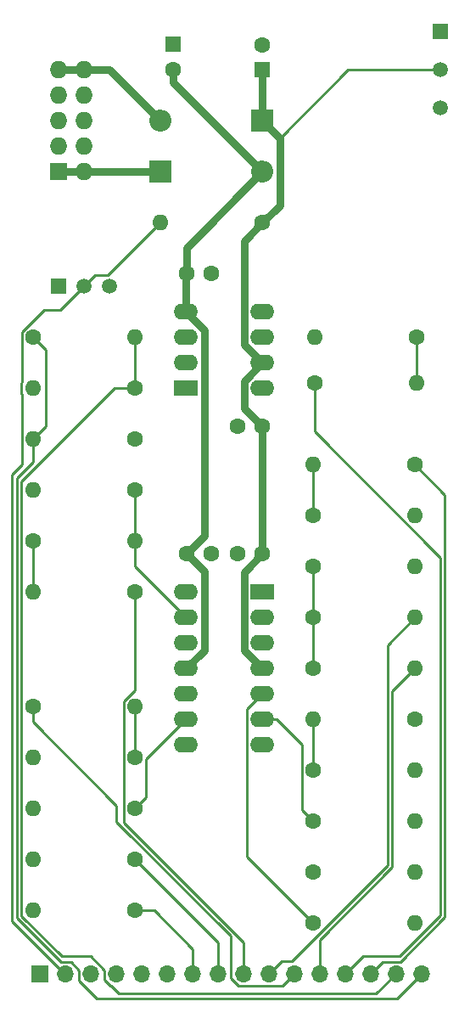
<source format=gtl>
G04 #@! TF.GenerationSoftware,KiCad,Pcbnew,6.0.1-79c1e3a40b~116~ubuntu20.04.1*
G04 #@! TF.CreationDate,2022-01-29T19:42:55-05:00*
G04 #@! TF.ProjectId,attenuverters_back,61747465-6e75-4766-9572-746572735f62,rev?*
G04 #@! TF.SameCoordinates,Original*
G04 #@! TF.FileFunction,Copper,L1,Top*
G04 #@! TF.FilePolarity,Positive*
%FSLAX46Y46*%
G04 Gerber Fmt 4.6, Leading zero omitted, Abs format (unit mm)*
G04 Created by KiCad (PCBNEW 6.0.1-79c1e3a40b~116~ubuntu20.04.1) date 2022-01-29 19:42:55*
%MOMM*%
%LPD*%
G01*
G04 APERTURE LIST*
G04 #@! TA.AperFunction,ComponentPad*
%ADD10R,1.700000X1.700000*%
G04 #@! TD*
G04 #@! TA.AperFunction,ComponentPad*
%ADD11O,1.700000X1.700000*%
G04 #@! TD*
G04 #@! TA.AperFunction,ComponentPad*
%ADD12C,1.600000*%
G04 #@! TD*
G04 #@! TA.AperFunction,ComponentPad*
%ADD13O,1.600000X1.600000*%
G04 #@! TD*
G04 #@! TA.AperFunction,ComponentPad*
%ADD14R,1.600000X1.600000*%
G04 #@! TD*
G04 #@! TA.AperFunction,ComponentPad*
%ADD15C,1.500000*%
G04 #@! TD*
G04 #@! TA.AperFunction,ComponentPad*
%ADD16R,1.727200X1.727200*%
G04 #@! TD*
G04 #@! TA.AperFunction,ComponentPad*
%ADD17O,1.727200X1.727200*%
G04 #@! TD*
G04 #@! TA.AperFunction,ComponentPad*
%ADD18R,2.200000X2.200000*%
G04 #@! TD*
G04 #@! TA.AperFunction,ComponentPad*
%ADD19O,2.200000X2.200000*%
G04 #@! TD*
G04 #@! TA.AperFunction,ComponentPad*
%ADD20R,2.400000X1.600000*%
G04 #@! TD*
G04 #@! TA.AperFunction,ComponentPad*
%ADD21O,2.400000X1.600000*%
G04 #@! TD*
G04 #@! TA.AperFunction,ComponentPad*
%ADD22R,1.500000X1.500000*%
G04 #@! TD*
G04 #@! TA.AperFunction,Conductor*
%ADD23C,0.750000*%
G04 #@! TD*
G04 #@! TA.AperFunction,Conductor*
%ADD24C,0.250000*%
G04 #@! TD*
G04 APERTURE END LIST*
D10*
G04 #@! TO.P,J1,1,Pin_1*
G04 #@! TO.N,Board_0-GND*
X131499999Y-145999999D03*
D11*
G04 #@! TO.P,J1,2,Pin_2*
G04 #@! TO.N,Board_0-10V_REF*
X134039999Y-145999999D03*
G04 #@! TO.P,J1,3,Pin_3*
G04 #@! TO.N,Board_0-NONINV1*
X136579999Y-145999999D03*
G04 #@! TO.P,J1,4,Pin_4*
G04 #@! TO.N,Board_0-INV1*
X139119999Y-145999999D03*
G04 #@! TO.P,J1,5,Pin_5*
G04 #@! TO.N,Board_0-SUM1*
X141659999Y-145999999D03*
G04 #@! TO.P,J1,6,Pin_6*
G04 #@! TO.N,Board_0-OUT1*
X144199999Y-145999999D03*
G04 #@! TO.P,J1,7,Pin_7*
G04 #@! TO.N,Board_0-NONINV2*
X146739999Y-145999999D03*
G04 #@! TO.P,J1,8,Pin_8*
G04 #@! TO.N,Board_0-INV2*
X149279999Y-145999999D03*
G04 #@! TO.P,J1,9,Pin_9*
G04 #@! TO.N,Board_0-OUTSUM*
X151819999Y-145999999D03*
G04 #@! TO.P,J1,10,Pin_10*
G04 #@! TO.N,Board_0-SUM2*
X154359999Y-145999999D03*
G04 #@! TO.P,J1,11,Pin_11*
G04 #@! TO.N,Board_0-OUT2*
X156899999Y-145999999D03*
G04 #@! TO.P,J1,12,Pin_12*
G04 #@! TO.N,Board_0-SUM3*
X159439999Y-145999999D03*
G04 #@! TO.P,J1,13,Pin_13*
G04 #@! TO.N,Board_0-OUT3*
X161979999Y-145999999D03*
G04 #@! TO.P,J1,14,Pin_14*
G04 #@! TO.N,Board_0-OUT~{SUM}*
X164519999Y-145999999D03*
G04 #@! TO.P,J1,15,Pin_15*
G04 #@! TO.N,Board_0-NONINV3*
X167059999Y-145999999D03*
G04 #@! TO.P,J1,16,Pin_16*
G04 #@! TO.N,Board_0-INV3*
X169599999Y-145999999D03*
G04 #@! TD*
D12*
G04 #@! TO.P,R20,1*
G04 #@! TO.N,Board_0-Net-(R20-Pad1)*
X140999999Y-97769999D03*
D13*
G04 #@! TO.P,R20,2*
G04 #@! TO.N,Board_0-Net-(R19-Pad1)*
X130839999Y-97769999D03*
G04 #@! TD*
D12*
G04 #@! TO.P,R4,1*
G04 #@! TO.N,Board_0-NONINV2*
X140999999Y-139679999D03*
D13*
G04 #@! TO.P,R4,2*
G04 #@! TO.N,Board_0-GND*
X130839999Y-139679999D03*
G04 #@! TD*
D12*
G04 #@! TO.P,R11,1*
G04 #@! TO.N,Board_0-Net-(R10-Pad1)*
X158779999Y-110469999D03*
D13*
G04 #@! TO.P,R11,2*
G04 #@! TO.N,Board_0-SUM2*
X168939999Y-110469999D03*
G04 #@! TD*
D12*
G04 #@! TO.P,R1,1*
G04 #@! TO.N,Board_0-INV1*
X158779999Y-135869999D03*
D13*
G04 #@! TO.P,R1,2*
G04 #@! TO.N,Board_0-NONINV1*
X168939999Y-135869999D03*
G04 #@! TD*
D12*
G04 #@! TO.P,R10,1*
G04 #@! TO.N,Board_0-Net-(R10-Pad1)*
X158779999Y-105389999D03*
D13*
G04 #@! TO.P,R10,2*
G04 #@! TO.N,Board_0-SUM1*
X168939999Y-105389999D03*
G04 #@! TD*
D12*
G04 #@! TO.P,R19,1*
G04 #@! TO.N,Board_0-Net-(R19-Pad1)*
X158779999Y-100309999D03*
D13*
G04 #@! TO.P,R19,2*
G04 #@! TO.N,Board_0-Net-(R10-Pad1)*
X168939999Y-100309999D03*
G04 #@! TD*
D12*
G04 #@! TO.P,R23,1*
G04 #@! TO.N,Board_0-OUT~{SUM}*
X168939999Y-95229999D03*
D13*
G04 #@! TO.P,R23,2*
G04 #@! TO.N,Board_0-Net-(R19-Pad1)*
X158779999Y-95229999D03*
G04 #@! TD*
D14*
G04 #@! TO.P,C1,1*
G04 #@! TO.N,Board_0-+12V*
X153699999Y-55859999D03*
D12*
G04 #@! TO.P,C1,2*
G04 #@! TO.N,Board_0-GND*
X153699999Y-53359999D03*
G04 #@! TD*
G04 #@! TO.P,R24,1*
G04 #@! TO.N,Board_0-+12V*
X153699999Y-71099999D03*
D13*
G04 #@! TO.P,R24,2*
G04 #@! TO.N,Board_0-10V_REF*
X143539999Y-71099999D03*
G04 #@! TD*
D12*
G04 #@! TO.P,R6,1*
G04 #@! TO.N,Board_0-NONINV3*
X140999999Y-87609999D03*
D13*
G04 #@! TO.P,R6,2*
G04 #@! TO.N,Board_0-GND*
X130839999Y-87609999D03*
G04 #@! TD*
D15*
G04 #@! TO.P,TP2,1,1*
G04 #@! TO.N,Board_0-+12V*
X171479999Y-55859999D03*
G04 #@! TD*
D12*
G04 #@! TO.P,R2,1*
G04 #@! TO.N,Board_0-NONINV1*
X158779999Y-140949999D03*
D13*
G04 #@! TO.P,R2,2*
G04 #@! TO.N,Board_0-GND*
X168939999Y-140949999D03*
G04 #@! TD*
D12*
G04 #@! TO.P,R14,1*
G04 #@! TO.N,Board_0-Net-(R14-Pad1)*
X140999999Y-124439999D03*
D13*
G04 #@! TO.P,R14,2*
G04 #@! TO.N,Board_0-Net-(R14-Pad2)*
X130839999Y-124439999D03*
G04 #@! TD*
D16*
G04 #@! TO.P,J7,1,-12V*
G04 #@! TO.N,Board_0-/-12_IN*
X133379999Y-66019999D03*
D17*
G04 #@! TO.P,J7,2,-12V*
X135919999Y-66019999D03*
G04 #@! TO.P,J7,3,GND*
G04 #@! TO.N,Board_0-GND*
X133379999Y-63479999D03*
G04 #@! TO.P,J7,4,GND*
X135919999Y-63479999D03*
G04 #@! TO.P,J7,5,GND*
X133379999Y-60939999D03*
G04 #@! TO.P,J7,6,GND*
X135919999Y-60939999D03*
G04 #@! TO.P,J7,7,GND*
X133379999Y-58399999D03*
G04 #@! TO.P,J7,8,GND*
X135919999Y-58399999D03*
G04 #@! TO.P,J7,9,+12V*
G04 #@! TO.N,Board_0-/+12_IN*
X133379999Y-55859999D03*
G04 #@! TO.P,J7,10,+12V*
X135919999Y-55859999D03*
G04 #@! TD*
D12*
G04 #@! TO.P,C6,1*
G04 #@! TO.N,Board_0-GND*
X148619999Y-76179999D03*
G04 #@! TO.P,C6,2*
G04 #@! TO.N,Board_0--12V*
X146119999Y-76179999D03*
G04 #@! TD*
D18*
G04 #@! TO.P,D1,1,K*
G04 #@! TO.N,Board_0-+12V*
X153699999Y-60939999D03*
D19*
G04 #@! TO.P,D1,2,A*
G04 #@! TO.N,Board_0-/+12_IN*
X143539999Y-60939999D03*
G04 #@! TD*
D12*
G04 #@! TO.P,R9,1*
G04 #@! TO.N,Board_0-Net-(R15-Pad2)*
X140999999Y-92689999D03*
D13*
G04 #@! TO.P,R9,2*
G04 #@! TO.N,Board_0-INV3*
X130839999Y-92689999D03*
G04 #@! TD*
D12*
G04 #@! TO.P,R5,1*
G04 #@! TO.N,Board_0-INV3*
X130839999Y-82529999D03*
D13*
G04 #@! TO.P,R5,2*
G04 #@! TO.N,Board_0-NONINV3*
X140999999Y-82529999D03*
G04 #@! TD*
D12*
G04 #@! TO.P,R3,1*
G04 #@! TO.N,Board_0-INV2*
X140999999Y-134599999D03*
D13*
G04 #@! TO.P,R3,2*
G04 #@! TO.N,Board_0-NONINV2*
X130839999Y-134599999D03*
G04 #@! TD*
D20*
G04 #@! TO.P,U2,1,NULL*
G04 #@! TO.N,Board_0-unconnected-(U2-Pad1)*
X146079999Y-87609999D03*
D21*
G04 #@! TO.P,U2,2,-*
G04 #@! TO.N,Board_0-Net-(R15-Pad2)*
X146079999Y-85069999D03*
G04 #@! TO.P,U2,3,+*
G04 #@! TO.N,Board_0-NONINV3*
X146079999Y-82529999D03*
G04 #@! TO.P,U2,4,V-*
G04 #@! TO.N,Board_0--12V*
X146079999Y-79989999D03*
G04 #@! TO.P,U2,5,NULL*
G04 #@! TO.N,Board_0-unconnected-(U2-Pad5)*
X153699999Y-79989999D03*
G04 #@! TO.P,U2,6*
G04 #@! TO.N,Board_0-Net-(R15-Pad1)*
X153699999Y-82529999D03*
G04 #@! TO.P,U2,7,V+*
G04 #@! TO.N,Board_0-+12V*
X153699999Y-85069999D03*
G04 #@! TO.P,U2,8,NC*
G04 #@! TO.N,Board_0-unconnected-(U2-Pad8)*
X153699999Y-87609999D03*
G04 #@! TD*
D12*
G04 #@! TO.P,R7,1*
G04 #@! TO.N,Board_0-Net-(R13-Pad2)*
X158779999Y-130789999D03*
D13*
G04 #@! TO.P,R7,2*
G04 #@! TO.N,Board_0-INV1*
X168939999Y-130789999D03*
G04 #@! TD*
D14*
G04 #@! TO.P,C2,1*
G04 #@! TO.N,Board_0-GND*
X144809999Y-53319999D03*
D12*
G04 #@! TO.P,C2,2*
G04 #@! TO.N,Board_0--12V*
X144809999Y-55819999D03*
G04 #@! TD*
G04 #@! TO.P,C4,1*
G04 #@! TO.N,Board_0-GND*
X148619999Y-104119999D03*
G04 #@! TO.P,C4,2*
G04 #@! TO.N,Board_0--12V*
X146119999Y-104119999D03*
G04 #@! TD*
D18*
G04 #@! TO.P,D2,1,K*
G04 #@! TO.N,Board_0-/-12_IN*
X143539999Y-66019999D03*
D19*
G04 #@! TO.P,D2,2,A*
G04 #@! TO.N,Board_0--12V*
X153699999Y-66019999D03*
G04 #@! TD*
D12*
G04 #@! TO.P,R17,1*
G04 #@! TO.N,Board_0-OUT2*
X130839999Y-119359999D03*
D13*
G04 #@! TO.P,R17,2*
G04 #@! TO.N,Board_0-Net-(R14-Pad1)*
X140999999Y-119359999D03*
G04 #@! TD*
D12*
G04 #@! TO.P,R12,1*
G04 #@! TO.N,Board_0-Net-(R10-Pad1)*
X158779999Y-115549999D03*
D13*
G04 #@! TO.P,R12,2*
G04 #@! TO.N,Board_0-SUM3*
X168939999Y-115549999D03*
G04 #@! TD*
D12*
G04 #@! TO.P,R22,1*
G04 #@! TO.N,Board_0-OUTSUM*
X140999999Y-107929999D03*
D13*
G04 #@! TO.P,R22,2*
G04 #@! TO.N,Board_0-Net-(R21-Pad1)*
X130839999Y-107929999D03*
G04 #@! TD*
D22*
G04 #@! TO.P,TP1,1,1*
G04 #@! TO.N,Board_0-GND*
X171479999Y-52049999D03*
G04 #@! TD*
D12*
G04 #@! TO.P,R8,1*
G04 #@! TO.N,Board_0-Net-(R14-Pad2)*
X140999999Y-129519999D03*
D13*
G04 #@! TO.P,R8,2*
G04 #@! TO.N,Board_0-INV2*
X130839999Y-129519999D03*
G04 #@! TD*
D12*
G04 #@! TO.P,R15,1*
G04 #@! TO.N,Board_0-Net-(R15-Pad1)*
X169066999Y-82529999D03*
D13*
G04 #@! TO.P,R15,2*
G04 #@! TO.N,Board_0-Net-(R15-Pad2)*
X158906999Y-82529999D03*
G04 #@! TD*
D12*
G04 #@! TO.P,C3,1*
G04 #@! TO.N,Board_0-+12V*
X153699999Y-104119999D03*
G04 #@! TO.P,C3,2*
G04 #@! TO.N,Board_0-GND*
X151199999Y-104119999D03*
G04 #@! TD*
G04 #@! TO.P,R13,1*
G04 #@! TO.N,Board_0-Net-(R13-Pad1)*
X158779999Y-125709999D03*
D13*
G04 #@! TO.P,R13,2*
G04 #@! TO.N,Board_0-Net-(R13-Pad2)*
X168939999Y-125709999D03*
G04 #@! TD*
D12*
G04 #@! TO.P,R16,1*
G04 #@! TO.N,Board_0-OUT1*
X168939999Y-120629999D03*
D13*
G04 #@! TO.P,R16,2*
G04 #@! TO.N,Board_0-Net-(R13-Pad1)*
X158779999Y-120629999D03*
G04 #@! TD*
D22*
G04 #@! TO.P,U3,1*
G04 #@! TO.N,N/C*
X133379999Y-77449999D03*
D15*
G04 #@! TO.P,U3,2,K*
G04 #@! TO.N,Board_0-10V_REF*
X135919999Y-77449999D03*
G04 #@! TO.P,U3,3,A*
G04 #@! TO.N,Board_0-GND*
X138459999Y-77449999D03*
G04 #@! TD*
G04 #@! TO.P,TP3,1,1*
G04 #@! TO.N,Board_0--12V*
X171479999Y-59669999D03*
G04 #@! TD*
D20*
G04 #@! TO.P,U1,1*
G04 #@! TO.N,Board_0-Net-(R19-Pad1)*
X153699999Y-107929999D03*
D21*
G04 #@! TO.P,U1,2,-*
G04 #@! TO.N,Board_0-Net-(R10-Pad1)*
X153699999Y-110469999D03*
G04 #@! TO.P,U1,3,+*
G04 #@! TO.N,Board_0-GND*
X153699999Y-113009999D03*
G04 #@! TO.P,U1,4,V+*
G04 #@! TO.N,Board_0-+12V*
X153699999Y-115549999D03*
G04 #@! TO.P,U1,5,+*
G04 #@! TO.N,Board_0-NONINV1*
X153699999Y-118089999D03*
G04 #@! TO.P,U1,6,-*
G04 #@! TO.N,Board_0-Net-(R13-Pad2)*
X153699999Y-120629999D03*
G04 #@! TO.P,U1,7*
G04 #@! TO.N,Board_0-Net-(R13-Pad1)*
X153699999Y-123169999D03*
G04 #@! TO.P,U1,8*
G04 #@! TO.N,Board_0-Net-(R14-Pad1)*
X146079999Y-123169999D03*
G04 #@! TO.P,U1,9,-*
G04 #@! TO.N,Board_0-Net-(R14-Pad2)*
X146079999Y-120629999D03*
G04 #@! TO.P,U1,10,+*
G04 #@! TO.N,Board_0-NONINV2*
X146079999Y-118089999D03*
G04 #@! TO.P,U1,11,V-*
G04 #@! TO.N,Board_0--12V*
X146079999Y-115549999D03*
G04 #@! TO.P,U1,12,+*
G04 #@! TO.N,Board_0-GND*
X146079999Y-113009999D03*
G04 #@! TO.P,U1,13,-*
G04 #@! TO.N,Board_0-Net-(R20-Pad1)*
X146079999Y-110469999D03*
G04 #@! TO.P,U1,14*
G04 #@! TO.N,Board_0-Net-(R21-Pad1)*
X146079999Y-107929999D03*
G04 #@! TD*
D12*
G04 #@! TO.P,R21,1*
G04 #@! TO.N,Board_0-Net-(R21-Pad1)*
X130839999Y-102849999D03*
D13*
G04 #@! TO.P,R21,2*
G04 #@! TO.N,Board_0-Net-(R20-Pad1)*
X140999999Y-102849999D03*
G04 #@! TD*
D12*
G04 #@! TO.P,R18,1*
G04 #@! TO.N,Board_0-OUT3*
X158906999Y-87101999D03*
D13*
G04 #@! TO.P,R18,2*
G04 #@! TO.N,Board_0-Net-(R15-Pad1)*
X169066999Y-87101999D03*
G04 #@! TD*
D12*
G04 #@! TO.P,C5,1*
G04 #@! TO.N,Board_0-+12V*
X153699999Y-91419999D03*
G04 #@! TO.P,C5,2*
G04 #@! TO.N,Board_0-GND*
X151199999Y-91419999D03*
G04 #@! TD*
D23*
G04 #@! TO.N,Board_0-+12V*
X151874989Y-105945009D02*
X151874989Y-113724989D01*
X155425000Y-69374998D02*
X153699999Y-71099999D01*
X153699999Y-71099999D02*
X151874989Y-72925009D01*
X153699999Y-104119999D02*
X153699999Y-91459999D01*
X153699999Y-91459999D02*
X153659999Y-91419999D01*
X151874989Y-113724989D02*
X153699999Y-115549999D01*
X153699999Y-60939999D02*
X155425000Y-62665000D01*
X153699999Y-85069999D02*
X151874989Y-86895009D01*
X153699999Y-104119999D02*
X151874989Y-105945009D01*
X151874989Y-86895009D02*
X151874989Y-89594989D01*
X151874989Y-72925009D02*
X151874989Y-83244989D01*
X155425000Y-62665000D02*
X155425000Y-69374998D01*
X151874989Y-83244989D02*
X153699999Y-85069999D01*
D24*
X171479999Y-55859999D02*
X162230001Y-55859999D01*
X162230001Y-55859999D02*
X155425000Y-62665000D01*
D23*
X151874989Y-89594989D02*
X153699999Y-91419999D01*
X153699999Y-55859999D02*
X153699999Y-60939999D01*
G04 #@! TO.N,Board_0--12V*
X146119999Y-104119999D02*
X147905009Y-105905009D01*
X144809999Y-55819999D02*
X144809999Y-57129999D01*
X147905009Y-105905009D02*
X147905009Y-113724989D01*
X146119999Y-73599999D02*
X153699999Y-66019999D01*
X146119999Y-76179999D02*
X146119999Y-73599999D01*
X146079999Y-79989999D02*
X147905009Y-81815009D01*
X147905009Y-102334989D02*
X146119999Y-104119999D01*
X147905009Y-113724989D02*
X146079999Y-115549999D01*
X146079999Y-79989999D02*
X146079999Y-76179999D01*
X144809999Y-57129999D02*
X153699999Y-66019999D01*
X147905009Y-81815009D02*
X147905009Y-102334989D01*
G04 #@! TO.N,Board_0-/+12_IN*
X135919999Y-55859999D02*
X138459999Y-55859999D01*
X138459999Y-55859999D02*
X143539999Y-60939999D01*
X133379999Y-55859999D02*
X135919999Y-55859999D01*
G04 #@! TO.N,Board_0-/-12_IN*
X135919999Y-66019999D02*
X143539999Y-66019999D01*
X133379999Y-66019999D02*
X135919999Y-66019999D01*
D24*
G04 #@! TO.N,Board_0-10V_REF*
X128738988Y-96188010D02*
X128738988Y-140755399D01*
X143539999Y-71099999D02*
X138315000Y-76324998D01*
X128738988Y-140755399D02*
X133983588Y-145999999D01*
X133983588Y-145999999D02*
X134039999Y-145999999D01*
X129696999Y-82402999D02*
X129696999Y-87013997D01*
X138315000Y-76324998D02*
X137045000Y-76324998D01*
X129664998Y-88174000D02*
X129696999Y-88206001D01*
X129714998Y-82385000D02*
X129696999Y-82402999D01*
X133574998Y-79795000D02*
X131909996Y-79795000D01*
X135919999Y-77449999D02*
X133574998Y-79795000D01*
X129714998Y-81989998D02*
X129714998Y-82385000D01*
X129664998Y-87045998D02*
X129664998Y-88174000D01*
X131909996Y-79795000D02*
X129714998Y-81989998D01*
X129696999Y-95229999D02*
X128738988Y-96188010D01*
X129696999Y-87013997D02*
X129664998Y-87045998D01*
X129696999Y-88206001D02*
X129696999Y-95229999D01*
X137045000Y-76324998D02*
X135919999Y-77449999D01*
G04 #@! TO.N,Board_0-INV2*
X149279999Y-142879999D02*
X149279999Y-145999999D01*
X140999999Y-134599999D02*
X149279999Y-142879999D01*
G04 #@! TO.N,Board_0-INV3*
X129214987Y-96601011D02*
X129214987Y-140430400D01*
X130839999Y-94975999D02*
X129214987Y-96601011D01*
X135404998Y-146672000D02*
X137175997Y-148442999D01*
X135404998Y-145625996D02*
X135404998Y-146672000D01*
X167156999Y-148442999D02*
X169599999Y-145999999D01*
X132109999Y-83799999D02*
X132109999Y-91419999D01*
X129214987Y-140430400D02*
X133609585Y-144824998D01*
X130839999Y-92689999D02*
X130839999Y-94975999D01*
X130839999Y-82529999D02*
X132109999Y-83799999D01*
X133609585Y-144824998D02*
X134604000Y-144824998D01*
X137175997Y-148442999D02*
X167156999Y-148442999D01*
X134604000Y-144824998D02*
X135404998Y-145625996D01*
X132109999Y-91419999D02*
X130839999Y-92689999D01*
G04 #@! TO.N,Board_0-NONINV1*
X158779999Y-140949999D02*
X152174989Y-134344989D01*
X152174989Y-119615009D02*
X153699999Y-118089999D01*
X152174989Y-134344989D02*
X152174989Y-119615009D01*
G04 #@! TO.N,Board_0-NONINV2*
X146739999Y-143514999D02*
X146739999Y-145999999D01*
X140999999Y-139679999D02*
X142904999Y-139679999D01*
X142904999Y-139679999D02*
X146739999Y-143514999D01*
G04 #@! TO.N,Board_0-NONINV3*
X138589000Y-147175000D02*
X138555998Y-147175000D01*
X139406988Y-147992988D02*
X138589000Y-147175000D01*
X136571001Y-144251999D02*
X133672997Y-144251999D01*
X133672997Y-144251999D02*
X129664998Y-140244000D01*
X165067010Y-147992988D02*
X139406988Y-147992988D01*
X129664998Y-140244000D02*
X129664998Y-96914410D01*
X137944998Y-145625996D02*
X136571001Y-144251999D01*
X138555998Y-147175000D02*
X137944998Y-146564000D01*
X129664998Y-96914410D02*
X138969409Y-87609999D01*
X137944998Y-146564000D02*
X137944998Y-145625996D01*
X138969409Y-87609999D02*
X140999999Y-87609999D01*
X167059999Y-145999999D02*
X165067010Y-147992988D01*
X140999999Y-82529999D02*
X140999999Y-87609999D01*
G04 #@! TO.N,Board_0-Net-(R10-Pad1)*
X158779999Y-110469999D02*
X158779999Y-115549999D01*
X158779999Y-105389999D02*
X158779999Y-110469999D01*
G04 #@! TO.N,Board_0-Net-(R13-Pad1)*
X158779999Y-120629999D02*
X158779999Y-125709999D01*
G04 #@! TO.N,Board_0-Net-(R13-Pad2)*
X153699999Y-120629999D02*
X155149999Y-120629999D01*
X157654998Y-123134998D02*
X157654998Y-129664998D01*
X157654998Y-129664998D02*
X158779999Y-130789999D01*
X155149999Y-120629999D02*
X157654998Y-123134998D01*
G04 #@! TO.N,Board_0-Net-(R14-Pad1)*
X140999999Y-119359999D02*
X140999999Y-124439999D01*
G04 #@! TO.N,Board_0-Net-(R14-Pad2)*
X140999999Y-129519999D02*
X142125000Y-128394998D01*
X142125000Y-128394998D02*
X142125000Y-124584998D01*
X142125000Y-124584998D02*
X146079999Y-120629999D01*
G04 #@! TO.N,Board_0-Net-(R15-Pad1)*
X169066999Y-82529999D02*
X169066999Y-87101999D01*
G04 #@! TO.N,Board_0-Net-(R19-Pad1)*
X158779999Y-95229999D02*
X158779999Y-100309999D01*
G04 #@! TO.N,Board_0-Net-(R20-Pad1)*
X140999999Y-105389999D02*
X146079999Y-110469999D01*
X140999999Y-102849999D02*
X140999999Y-97769999D01*
X140999999Y-102849999D02*
X140999999Y-105389999D01*
G04 #@! TO.N,Board_0-Net-(R21-Pad1)*
X130839999Y-107929999D02*
X130839999Y-102849999D01*
G04 #@! TO.N,Board_0-OUT2*
X150524999Y-142221409D02*
X150524999Y-146410999D01*
X150524999Y-142221409D02*
X139160013Y-130856423D01*
X130839999Y-120883999D02*
X139160013Y-129204013D01*
X139160013Y-129204013D02*
X139160013Y-130856423D01*
X130839999Y-119359999D02*
X130839999Y-120883999D01*
X150524999Y-146410999D02*
X151289000Y-147175000D01*
X155724998Y-147175000D02*
X156899999Y-145999999D01*
X151289000Y-147175000D02*
X155724998Y-147175000D01*
G04 #@! TO.N,Board_0-OUT3*
X158906999Y-87101999D02*
X158906999Y-91942001D01*
X170065000Y-141564000D02*
X170065000Y-141602998D01*
X158906999Y-91942001D02*
X171479999Y-104515001D01*
X171479999Y-140149001D02*
X170065000Y-141564000D01*
X167418499Y-144249499D02*
X163730499Y-144249499D01*
X163730499Y-144249499D02*
X161979999Y-145999999D01*
X170065000Y-141602998D02*
X167418499Y-144249499D01*
X171479999Y-104515001D02*
X171479999Y-140149001D01*
G04 #@! TO.N,Board_0-OUTSUM*
X140999999Y-117708999D02*
X139874998Y-118834000D01*
X140999999Y-107929999D02*
X140999999Y-117708999D01*
X139874998Y-130934998D02*
X151819999Y-142879999D01*
X139874998Y-118834000D02*
X139874998Y-130934998D01*
X151819999Y-142879999D02*
X151819999Y-145999999D01*
G04 #@! TO.N,Board_0-OUT~{SUM}*
X171930010Y-98220010D02*
X171930010Y-140374399D01*
X167479411Y-144824998D02*
X165695000Y-144824998D01*
X168939999Y-95229999D02*
X171930010Y-98220010D01*
X165695000Y-144824998D02*
X164519999Y-145999999D01*
X171930010Y-140374399D02*
X167479411Y-144824998D01*
G04 #@! TO.N,Board_0-SUM2*
X156635001Y-144759999D02*
X166203988Y-135191012D01*
X166203988Y-113206010D02*
X168939999Y-110469999D01*
X166203988Y-135191012D02*
X166203988Y-113206010D01*
X155599999Y-144759999D02*
X156635001Y-144759999D01*
X154359999Y-145999999D02*
X155599999Y-144759999D01*
G04 #@! TO.N,Board_0-SUM3*
X159439999Y-142591412D02*
X166653999Y-135377412D01*
X166653999Y-135377412D02*
X166653999Y-117835999D01*
X159439999Y-145999999D02*
X159439999Y-142591412D01*
X166653999Y-117835999D02*
X168939999Y-115549999D01*
G04 #@! TD*
M02*

</source>
